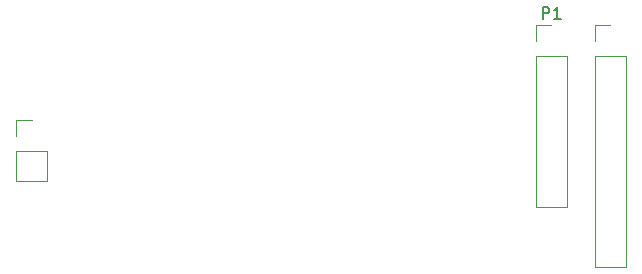
<source format=gto>
G04 #@! TF.GenerationSoftware,KiCad,Pcbnew,8.0.6*
G04 #@! TF.CreationDate,2025-01-12T23:32:50-05:00*
G04 #@! TF.ProjectId,lcd_adapter,6c63645f-6164-4617-9074-65722e6b6963,rev?*
G04 #@! TF.SameCoordinates,Original*
G04 #@! TF.FileFunction,Legend,Top*
G04 #@! TF.FilePolarity,Positive*
%FSLAX46Y46*%
G04 Gerber Fmt 4.6, Leading zero omitted, Abs format (unit mm)*
G04 Created by KiCad (PCBNEW 8.0.6) date 2025-01-12 23:32:50*
%MOMM*%
%LPD*%
G01*
G04 APERTURE LIST*
%ADD10C,0.150000*%
%ADD11C,0.120000*%
G04 APERTURE END LIST*
D10*
X73661905Y-43794819D02*
X73661905Y-42794819D01*
X73661905Y-42794819D02*
X74042857Y-42794819D01*
X74042857Y-42794819D02*
X74138095Y-42842438D01*
X74138095Y-42842438D02*
X74185714Y-42890057D01*
X74185714Y-42890057D02*
X74233333Y-42985295D01*
X74233333Y-42985295D02*
X74233333Y-43128152D01*
X74233333Y-43128152D02*
X74185714Y-43223390D01*
X74185714Y-43223390D02*
X74138095Y-43271009D01*
X74138095Y-43271009D02*
X74042857Y-43318628D01*
X74042857Y-43318628D02*
X73661905Y-43318628D01*
X75185714Y-43794819D02*
X74614286Y-43794819D01*
X74900000Y-43794819D02*
X74900000Y-42794819D01*
X74900000Y-42794819D02*
X74804762Y-42937676D01*
X74804762Y-42937676D02*
X74709524Y-43032914D01*
X74709524Y-43032914D02*
X74614286Y-43080533D01*
D11*
X29070000Y-52340000D02*
X30400000Y-52340000D01*
X29070000Y-53670000D02*
X29070000Y-52340000D01*
X29070000Y-54940000D02*
X29070000Y-57540000D01*
X29070000Y-54940000D02*
X31730000Y-54940000D01*
X29070000Y-57540000D02*
X31730000Y-57540000D01*
X31730000Y-54940000D02*
X31730000Y-57540000D01*
X80730000Y-46940000D02*
X80730000Y-64780000D01*
X78070000Y-64780000D02*
X80730000Y-64780000D01*
X78070000Y-46940000D02*
X80730000Y-46940000D01*
X78070000Y-46940000D02*
X78070000Y-64780000D01*
X78070000Y-45670000D02*
X78070000Y-44340000D01*
X78070000Y-44340000D02*
X79400000Y-44340000D01*
X73070000Y-44340000D02*
X74400000Y-44340000D01*
X73070000Y-45670000D02*
X73070000Y-44340000D01*
X73070000Y-46940000D02*
X73070000Y-59700000D01*
X73070000Y-46940000D02*
X75730000Y-46940000D01*
X73070000Y-59700000D02*
X75730000Y-59700000D01*
X75730000Y-46940000D02*
X75730000Y-59700000D01*
M02*

</source>
